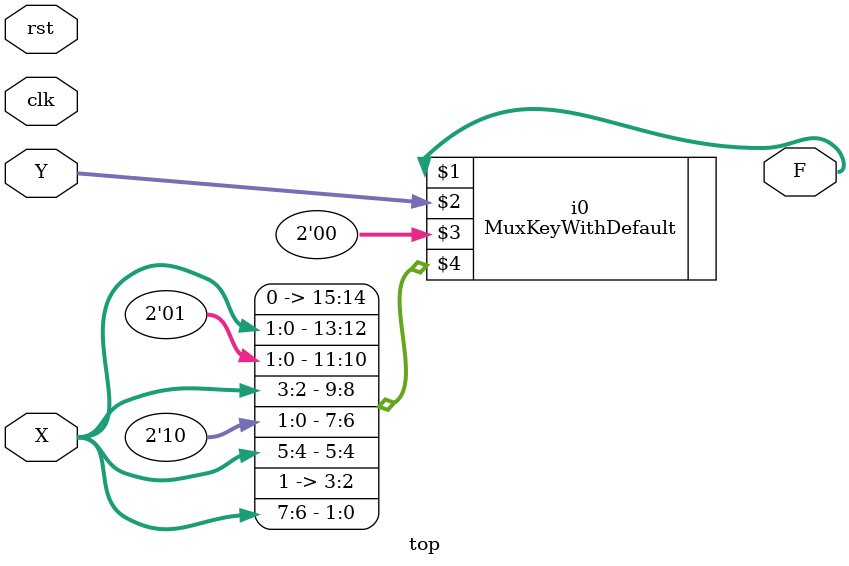
<source format=v>

module top (
    input            clk,
    input            rst,
    input  [    1:0] Y,
    input  [4*2-1:0] X,
    output [  2-1:0] F
);
  MuxKeyWithDefault #(4, 2, 2) i0 (
      F,
      Y,
      2'b0,
      {2'b00, X[1:0],
       2'b01, X[3:2],
       2'b10, X[5:4],
       2'b11, X[7:6]}
  );

endmodule

</source>
